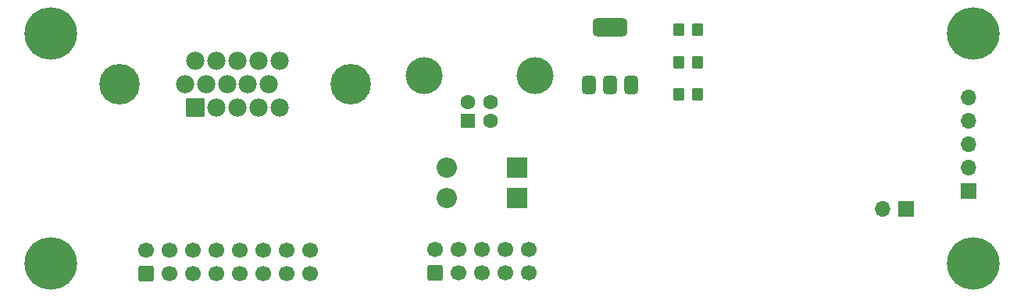
<source format=gbr>
%TF.GenerationSoftware,KiCad,Pcbnew,8.0.1*%
%TF.CreationDate,2024-03-28T11:36:42+01:00*%
%TF.ProjectId,pc1715-esp32vga,70633137-3135-42d6-9573-703332766761,rev?*%
%TF.SameCoordinates,Original*%
%TF.FileFunction,Soldermask,Bot*%
%TF.FilePolarity,Negative*%
%FSLAX46Y46*%
G04 Gerber Fmt 4.6, Leading zero omitted, Abs format (unit mm)*
G04 Created by KiCad (PCBNEW 8.0.1) date 2024-03-28 11:36:42*
%MOMM*%
%LPD*%
G01*
G04 APERTURE LIST*
G04 Aperture macros list*
%AMRoundRect*
0 Rectangle with rounded corners*
0 $1 Rounding radius*
0 $2 $3 $4 $5 $6 $7 $8 $9 X,Y pos of 4 corners*
0 Add a 4 corners polygon primitive as box body*
4,1,4,$2,$3,$4,$5,$6,$7,$8,$9,$2,$3,0*
0 Add four circle primitives for the rounded corners*
1,1,$1+$1,$2,$3*
1,1,$1+$1,$4,$5*
1,1,$1+$1,$6,$7*
1,1,$1+$1,$8,$9*
0 Add four rect primitives between the rounded corners*
20,1,$1+$1,$2,$3,$4,$5,0*
20,1,$1+$1,$4,$5,$6,$7,0*
20,1,$1+$1,$6,$7,$8,$9,0*
20,1,$1+$1,$8,$9,$2,$3,0*%
G04 Aperture macros list end*
%ADD10R,2.200000X2.200000*%
%ADD11O,2.200000X2.200000*%
%ADD12C,5.700000*%
%ADD13RoundRect,0.250000X0.600000X-0.600000X0.600000X0.600000X-0.600000X0.600000X-0.600000X-0.600000X0*%
%ADD14C,1.700000*%
%ADD15R,1.600000X1.600000*%
%ADD16C,1.600000*%
%ADD17C,4.000000*%
%ADD18RoundRect,0.102000X0.892500X0.892500X-0.892500X0.892500X-0.892500X-0.892500X0.892500X-0.892500X0*%
%ADD19C,1.989000*%
%ADD20C,4.400000*%
%ADD21R,1.700000X1.700000*%
%ADD22O,1.700000X1.700000*%
%ADD23RoundRect,0.250000X0.350000X0.450000X-0.350000X0.450000X-0.350000X-0.450000X0.350000X-0.450000X0*%
%ADD24RoundRect,0.375000X0.375000X-0.625000X0.375000X0.625000X-0.375000X0.625000X-0.375000X-0.625000X0*%
%ADD25RoundRect,0.500000X1.400000X-0.500000X1.400000X0.500000X-1.400000X0.500000X-1.400000X-0.500000X0*%
G04 APERTURE END LIST*
D10*
%TO.C,D1002*%
X160528000Y-69596000D03*
D11*
X152908000Y-69596000D03*
%TD*%
D12*
%TO.C,H1003*%
X210000000Y-55000000D03*
%TD*%
D13*
%TO.C,J1001*%
X151672500Y-81000000D03*
D14*
X151672500Y-78460000D03*
X154212500Y-81000000D03*
X154212500Y-78460000D03*
X156752500Y-81000000D03*
X156752500Y-78460000D03*
X159292500Y-81000000D03*
X159292500Y-78460000D03*
X161832500Y-81000000D03*
X161832500Y-78460000D03*
%TD*%
D12*
%TO.C,H1001*%
X110000000Y-55000000D03*
%TD*%
D15*
%TO.C,J1003*%
X155214000Y-64445500D03*
D16*
X157714000Y-64445500D03*
X157714000Y-62445500D03*
X155214000Y-62445500D03*
D17*
X150464000Y-59585500D03*
X162464000Y-59585500D03*
%TD*%
D12*
%TO.C,H1002*%
X110000000Y-80000000D03*
%TD*%
%TO.C,H1004*%
X210000000Y-80000000D03*
%TD*%
D13*
%TO.C,J1005*%
X120380000Y-81040000D03*
D14*
X120380000Y-78500000D03*
X122920000Y-81040000D03*
X122920000Y-78500000D03*
X125460000Y-81040000D03*
X125460000Y-78500000D03*
X128000000Y-81040000D03*
X128000000Y-78500000D03*
X130540000Y-81040000D03*
X130540000Y-78500000D03*
X133080000Y-81040000D03*
X133080000Y-78500000D03*
X135620000Y-81040000D03*
X135620000Y-78500000D03*
X138160000Y-81040000D03*
X138160000Y-78500000D03*
%TD*%
D18*
%TO.C,J1002*%
X125685000Y-63040000D03*
D19*
X127965000Y-63040000D03*
X130245000Y-63040000D03*
X132525000Y-63040000D03*
X134805000Y-63040000D03*
X124545000Y-60500000D03*
X126825000Y-60500000D03*
X129105000Y-60500000D03*
X131385000Y-60500000D03*
X133665000Y-60500000D03*
X125685000Y-57960000D03*
X127965000Y-57960000D03*
X130245000Y-57960000D03*
X132525000Y-57960000D03*
X134805000Y-57960000D03*
D20*
X142500000Y-60500000D03*
X117500000Y-60500000D03*
%TD*%
D10*
%TO.C,D1001*%
X160528000Y-72898000D03*
D11*
X152908000Y-72898000D03*
%TD*%
D21*
%TO.C,J1004*%
X209500000Y-72075000D03*
D22*
X209500000Y-69535000D03*
X209500000Y-66995000D03*
X209500000Y-64455000D03*
X209500000Y-61915000D03*
%TD*%
D21*
%TO.C,JP1001*%
X202750000Y-74025000D03*
D22*
X200210000Y-74025000D03*
%TD*%
D23*
%TO.C,R1007*%
X180086000Y-58110000D03*
X178086000Y-58110000D03*
%TD*%
%TO.C,R1005*%
X180086000Y-54610000D03*
X178086000Y-54610000D03*
%TD*%
D24*
%TO.C,U1002*%
X172950500Y-60591500D03*
X170650500Y-60591500D03*
D25*
X170650500Y-54291500D03*
D24*
X168350500Y-60591500D03*
%TD*%
D23*
%TO.C,R1009*%
X180086000Y-61610000D03*
X178086000Y-61610000D03*
%TD*%
M02*

</source>
